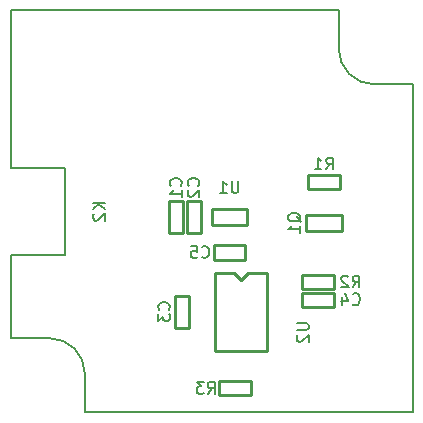
<source format=gbo>
G04 #@! TF.GenerationSoftware,KiCad,Pcbnew,5.0.1*
G04 #@! TF.CreationDate,2019-01-10T18:43:16+01:00*
G04 #@! TF.ProjectId,arachnorepel,61726163686E6F726570656C2E6B6963,rev?*
G04 #@! TF.SameCoordinates,Original*
G04 #@! TF.FileFunction,Legend,Bot*
G04 #@! TF.FilePolarity,Positive*
%FSLAX46Y46*%
G04 Gerber Fmt 4.6, Leading zero omitted, Abs format (unit mm)*
G04 Created by KiCad (PCBNEW 5.0.1) date Do 10 Jan 2019 18:43:16 CET*
%MOMM*%
%LPD*%
G01*
G04 APERTURE LIST*
%ADD10C,0.150000*%
%ADD11C,0.250000*%
G04 #@! TA.AperFunction,NonConductor*
%ADD12C,0.150000*%
G04 #@! TD*
G04 APERTURE END LIST*
D10*
X83000000Y-110750000D02*
X83000000Y-103700000D01*
X110750000Y-86250000D02*
G75*
G03X113750000Y-89250000I3000000J0D01*
G01*
X89250000Y-113750000D02*
G75*
G03X86250000Y-110750000I-3000000J0D01*
G01*
X89250000Y-113750000D02*
X89250000Y-117000000D01*
X83000000Y-110750000D02*
X86250000Y-110750000D01*
X110750000Y-86250000D02*
X110750000Y-83000000D01*
X117000000Y-89250000D02*
X113750000Y-89250000D01*
X83000000Y-96300000D02*
X83000000Y-83000000D01*
X117000000Y-117000000D02*
X89250000Y-117000000D01*
X117000000Y-89250000D02*
X117000000Y-117000000D01*
X83000000Y-83000000D02*
X110750000Y-83000000D01*
D11*
G04 #@! TO.C,C1*
X96400000Y-99150000D02*
X97600000Y-99150000D01*
X97600000Y-101850000D02*
X96400000Y-101850000D01*
X96400000Y-101850000D02*
X96400000Y-99150000D01*
X97600000Y-99150000D02*
X97600000Y-101850000D01*
G04 #@! TO.C,C2*
X97900000Y-99150000D02*
X99100000Y-99150000D01*
X99100000Y-101850000D02*
X97900000Y-101850000D01*
X97900000Y-101850000D02*
X97900000Y-99150000D01*
X99100000Y-99150000D02*
X99100000Y-101850000D01*
G04 #@! TO.C,C3*
X96900000Y-107150000D02*
X98100000Y-107150000D01*
X98100000Y-109850000D02*
X96900000Y-109850000D01*
X96900000Y-109850000D02*
X96900000Y-107150000D01*
X98100000Y-107150000D02*
X98100000Y-109850000D01*
G04 #@! TO.C,C4*
X107650000Y-108100000D02*
X107650000Y-106900000D01*
X110350000Y-106900000D02*
X110350000Y-108100000D01*
X110350000Y-108100000D02*
X107650000Y-108100000D01*
X107650000Y-106900000D02*
X110350000Y-106900000D01*
G04 #@! TO.C,Q1*
X111000000Y-101700000D02*
X111000000Y-100300000D01*
X108000000Y-100300000D02*
X108000000Y-101700000D01*
X108000000Y-100300000D02*
X111000000Y-100300000D01*
X108000000Y-101700000D02*
X111000000Y-101700000D01*
G04 #@! TO.C,R1*
X108150000Y-98100000D02*
X108150000Y-96900000D01*
X110850000Y-96900000D02*
X110850000Y-98100000D01*
X110850000Y-98100000D02*
X108150000Y-98100000D01*
X108150000Y-96900000D02*
X110850000Y-96900000D01*
G04 #@! TO.C,R2*
X110350000Y-105400000D02*
X110350000Y-106600000D01*
X107650000Y-106600000D02*
X107650000Y-105400000D01*
X107650000Y-105400000D02*
X110350000Y-105400000D01*
X110350000Y-106600000D02*
X107650000Y-106600000D01*
G04 #@! TO.C,U1*
X103000000Y-101200000D02*
X103000000Y-99800000D01*
X100000000Y-99800000D02*
X100000000Y-101200000D01*
X100000000Y-99800000D02*
X103000000Y-99800000D01*
X100000000Y-101200000D02*
X103000000Y-101200000D01*
G04 #@! TO.C,U2*
X100300000Y-111800000D02*
X100300000Y-105200000D01*
X100300000Y-105200000D02*
X101900000Y-105200000D01*
X101900000Y-105200000D02*
X102500000Y-105800000D01*
X102500000Y-105800000D02*
X103100000Y-105200000D01*
X103100000Y-105200000D02*
X104700000Y-105200000D01*
X104700000Y-105200000D02*
X104700000Y-111800000D01*
X104700000Y-111800000D02*
X100300000Y-111800000D01*
D12*
G04 #@! TO.C,K2*
X87600000Y-103700000D02*
X83000000Y-103700000D01*
X87600000Y-96300000D02*
X87600000Y-103700000D01*
X83000000Y-96300000D02*
X87600000Y-96300000D01*
D11*
G04 #@! TO.C,C5*
X100150000Y-104100000D02*
X100150000Y-102900000D01*
X102850000Y-102900000D02*
X102850000Y-104100000D01*
X102850000Y-104100000D02*
X100150000Y-104100000D01*
X100150000Y-102900000D02*
X102850000Y-102900000D01*
G04 #@! TO.C,R3*
X103350000Y-114400000D02*
X103350000Y-115600000D01*
X100650000Y-115600000D02*
X100650000Y-114400000D01*
X100650000Y-114400000D02*
X103350000Y-114400000D01*
X103350000Y-115600000D02*
X100650000Y-115600000D01*
G04 #@! TD*
G04 #@! TO.C,C1*
D10*
X97357142Y-97833333D02*
X97404761Y-97785714D01*
X97452380Y-97642857D01*
X97452380Y-97547619D01*
X97404761Y-97404761D01*
X97309523Y-97309523D01*
X97214285Y-97261904D01*
X97023809Y-97214285D01*
X96880952Y-97214285D01*
X96690476Y-97261904D01*
X96595238Y-97309523D01*
X96500000Y-97404761D01*
X96452380Y-97547619D01*
X96452380Y-97642857D01*
X96500000Y-97785714D01*
X96547619Y-97833333D01*
X97452380Y-98785714D02*
X97452380Y-98214285D01*
X97452380Y-98500000D02*
X96452380Y-98500000D01*
X96595238Y-98404761D01*
X96690476Y-98309523D01*
X96738095Y-98214285D01*
G04 #@! TO.C,C2*
X98857142Y-97833333D02*
X98904761Y-97785714D01*
X98952380Y-97642857D01*
X98952380Y-97547619D01*
X98904761Y-97404761D01*
X98809523Y-97309523D01*
X98714285Y-97261904D01*
X98523809Y-97214285D01*
X98380952Y-97214285D01*
X98190476Y-97261904D01*
X98095238Y-97309523D01*
X98000000Y-97404761D01*
X97952380Y-97547619D01*
X97952380Y-97642857D01*
X98000000Y-97785714D01*
X98047619Y-97833333D01*
X98047619Y-98214285D02*
X98000000Y-98261904D01*
X97952380Y-98357142D01*
X97952380Y-98595238D01*
X98000000Y-98690476D01*
X98047619Y-98738095D01*
X98142857Y-98785714D01*
X98238095Y-98785714D01*
X98380952Y-98738095D01*
X98952380Y-98166666D01*
X98952380Y-98785714D01*
G04 #@! TO.C,C3*
X96357142Y-108333333D02*
X96404761Y-108285714D01*
X96452380Y-108142857D01*
X96452380Y-108047619D01*
X96404761Y-107904761D01*
X96309523Y-107809523D01*
X96214285Y-107761904D01*
X96023809Y-107714285D01*
X95880952Y-107714285D01*
X95690476Y-107761904D01*
X95595238Y-107809523D01*
X95500000Y-107904761D01*
X95452380Y-108047619D01*
X95452380Y-108142857D01*
X95500000Y-108285714D01*
X95547619Y-108333333D01*
X95452380Y-108666666D02*
X95452380Y-109285714D01*
X95833333Y-108952380D01*
X95833333Y-109095238D01*
X95880952Y-109190476D01*
X95928571Y-109238095D01*
X96023809Y-109285714D01*
X96261904Y-109285714D01*
X96357142Y-109238095D01*
X96404761Y-109190476D01*
X96452380Y-109095238D01*
X96452380Y-108809523D01*
X96404761Y-108714285D01*
X96357142Y-108666666D01*
G04 #@! TO.C,C4*
X111916666Y-107857142D02*
X111964285Y-107904761D01*
X112107142Y-107952380D01*
X112202380Y-107952380D01*
X112345238Y-107904761D01*
X112440476Y-107809523D01*
X112488095Y-107714285D01*
X112535714Y-107523809D01*
X112535714Y-107380952D01*
X112488095Y-107190476D01*
X112440476Y-107095238D01*
X112345238Y-107000000D01*
X112202380Y-106952380D01*
X112107142Y-106952380D01*
X111964285Y-107000000D01*
X111916666Y-107047619D01*
X111059523Y-107285714D02*
X111059523Y-107952380D01*
X111297619Y-106904761D02*
X111535714Y-107619047D01*
X110916666Y-107619047D01*
G04 #@! TO.C,Q1*
X107547619Y-100904761D02*
X107500000Y-100809523D01*
X107404761Y-100714285D01*
X107261904Y-100571428D01*
X107214285Y-100476190D01*
X107214285Y-100380952D01*
X107452380Y-100428571D02*
X107404761Y-100333333D01*
X107309523Y-100238095D01*
X107119047Y-100190476D01*
X106785714Y-100190476D01*
X106595238Y-100238095D01*
X106500000Y-100333333D01*
X106452380Y-100428571D01*
X106452380Y-100619047D01*
X106500000Y-100714285D01*
X106595238Y-100809523D01*
X106785714Y-100857142D01*
X107119047Y-100857142D01*
X107309523Y-100809523D01*
X107404761Y-100714285D01*
X107452380Y-100619047D01*
X107452380Y-100428571D01*
X107452380Y-101809523D02*
X107452380Y-101238095D01*
X107452380Y-101523809D02*
X106452380Y-101523809D01*
X106595238Y-101428571D01*
X106690476Y-101333333D01*
X106738095Y-101238095D01*
G04 #@! TO.C,R1*
X109666666Y-96452380D02*
X110000000Y-95976190D01*
X110238095Y-96452380D02*
X110238095Y-95452380D01*
X109857142Y-95452380D01*
X109761904Y-95500000D01*
X109714285Y-95547619D01*
X109666666Y-95642857D01*
X109666666Y-95785714D01*
X109714285Y-95880952D01*
X109761904Y-95928571D01*
X109857142Y-95976190D01*
X110238095Y-95976190D01*
X108714285Y-96452380D02*
X109285714Y-96452380D01*
X109000000Y-96452380D02*
X109000000Y-95452380D01*
X109095238Y-95595238D01*
X109190476Y-95690476D01*
X109285714Y-95738095D01*
G04 #@! TO.C,R2*
X111916666Y-106452380D02*
X112250000Y-105976190D01*
X112488095Y-106452380D02*
X112488095Y-105452380D01*
X112107142Y-105452380D01*
X112011904Y-105500000D01*
X111964285Y-105547619D01*
X111916666Y-105642857D01*
X111916666Y-105785714D01*
X111964285Y-105880952D01*
X112011904Y-105928571D01*
X112107142Y-105976190D01*
X112488095Y-105976190D01*
X111535714Y-105547619D02*
X111488095Y-105500000D01*
X111392857Y-105452380D01*
X111154761Y-105452380D01*
X111059523Y-105500000D01*
X111011904Y-105547619D01*
X110964285Y-105642857D01*
X110964285Y-105738095D01*
X111011904Y-105880952D01*
X111583333Y-106452380D01*
X110964285Y-106452380D01*
G04 #@! TO.C,U1*
X102261904Y-97452380D02*
X102261904Y-98261904D01*
X102214285Y-98357142D01*
X102166666Y-98404761D01*
X102071428Y-98452380D01*
X101880952Y-98452380D01*
X101785714Y-98404761D01*
X101738095Y-98357142D01*
X101690476Y-98261904D01*
X101690476Y-97452380D01*
X100690476Y-98452380D02*
X101261904Y-98452380D01*
X100976190Y-98452380D02*
X100976190Y-97452380D01*
X101071428Y-97595238D01*
X101166666Y-97690476D01*
X101261904Y-97738095D01*
G04 #@! TO.C,U2*
X107202380Y-109488095D02*
X108011904Y-109488095D01*
X108107142Y-109535714D01*
X108154761Y-109583333D01*
X108202380Y-109678571D01*
X108202380Y-109869047D01*
X108154761Y-109964285D01*
X108107142Y-110011904D01*
X108011904Y-110059523D01*
X107202380Y-110059523D01*
X107297619Y-110488095D02*
X107250000Y-110535714D01*
X107202380Y-110630952D01*
X107202380Y-110869047D01*
X107250000Y-110964285D01*
X107297619Y-111011904D01*
X107392857Y-111059523D01*
X107488095Y-111059523D01*
X107630952Y-111011904D01*
X108202380Y-110440476D01*
X108202380Y-111059523D01*
G04 #@! TO.C,K2*
X90952380Y-99261904D02*
X89952380Y-99261904D01*
X90952380Y-99833333D02*
X90380952Y-99404761D01*
X89952380Y-99833333D02*
X90523809Y-99261904D01*
X90047619Y-100214285D02*
X90000000Y-100261904D01*
X89952380Y-100357142D01*
X89952380Y-100595238D01*
X90000000Y-100690476D01*
X90047619Y-100738095D01*
X90142857Y-100785714D01*
X90238095Y-100785714D01*
X90380952Y-100738095D01*
X90952380Y-100166666D01*
X90952380Y-100785714D01*
G04 #@! TO.C,C5*
X99166666Y-103857142D02*
X99214285Y-103904761D01*
X99357142Y-103952380D01*
X99452380Y-103952380D01*
X99595238Y-103904761D01*
X99690476Y-103809523D01*
X99738095Y-103714285D01*
X99785714Y-103523809D01*
X99785714Y-103380952D01*
X99738095Y-103190476D01*
X99690476Y-103095238D01*
X99595238Y-103000000D01*
X99452380Y-102952380D01*
X99357142Y-102952380D01*
X99214285Y-103000000D01*
X99166666Y-103047619D01*
X98261904Y-102952380D02*
X98738095Y-102952380D01*
X98785714Y-103428571D01*
X98738095Y-103380952D01*
X98642857Y-103333333D01*
X98404761Y-103333333D01*
X98309523Y-103380952D01*
X98261904Y-103428571D01*
X98214285Y-103523809D01*
X98214285Y-103761904D01*
X98261904Y-103857142D01*
X98309523Y-103904761D01*
X98404761Y-103952380D01*
X98642857Y-103952380D01*
X98738095Y-103904761D01*
X98785714Y-103857142D01*
G04 #@! TO.C,R3*
X99666666Y-115452380D02*
X100000000Y-114976190D01*
X100238095Y-115452380D02*
X100238095Y-114452380D01*
X99857142Y-114452380D01*
X99761904Y-114500000D01*
X99714285Y-114547619D01*
X99666666Y-114642857D01*
X99666666Y-114785714D01*
X99714285Y-114880952D01*
X99761904Y-114928571D01*
X99857142Y-114976190D01*
X100238095Y-114976190D01*
X99333333Y-114452380D02*
X98714285Y-114452380D01*
X99047619Y-114833333D01*
X98904761Y-114833333D01*
X98809523Y-114880952D01*
X98761904Y-114928571D01*
X98714285Y-115023809D01*
X98714285Y-115261904D01*
X98761904Y-115357142D01*
X98809523Y-115404761D01*
X98904761Y-115452380D01*
X99190476Y-115452380D01*
X99285714Y-115404761D01*
X99333333Y-115357142D01*
G04 #@! TD*
M02*

</source>
